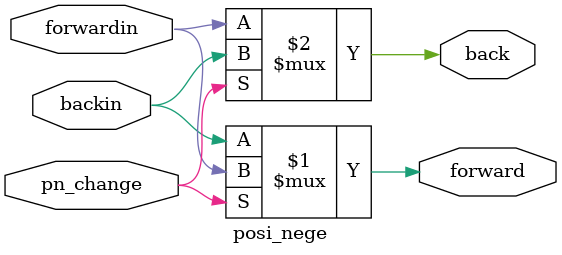
<source format=v>

module posi_nege(
                 forward,
                 forwardin,
                 back,
                 backin,
                 pn_change
                 );
input pn_change;

output forward;
input forwardin;

output back;
input backin;

assign forward = (pn_change)? forwardin:backin;
assign back    = (pn_change)? backin:forwardin;


endmodule
</source>
